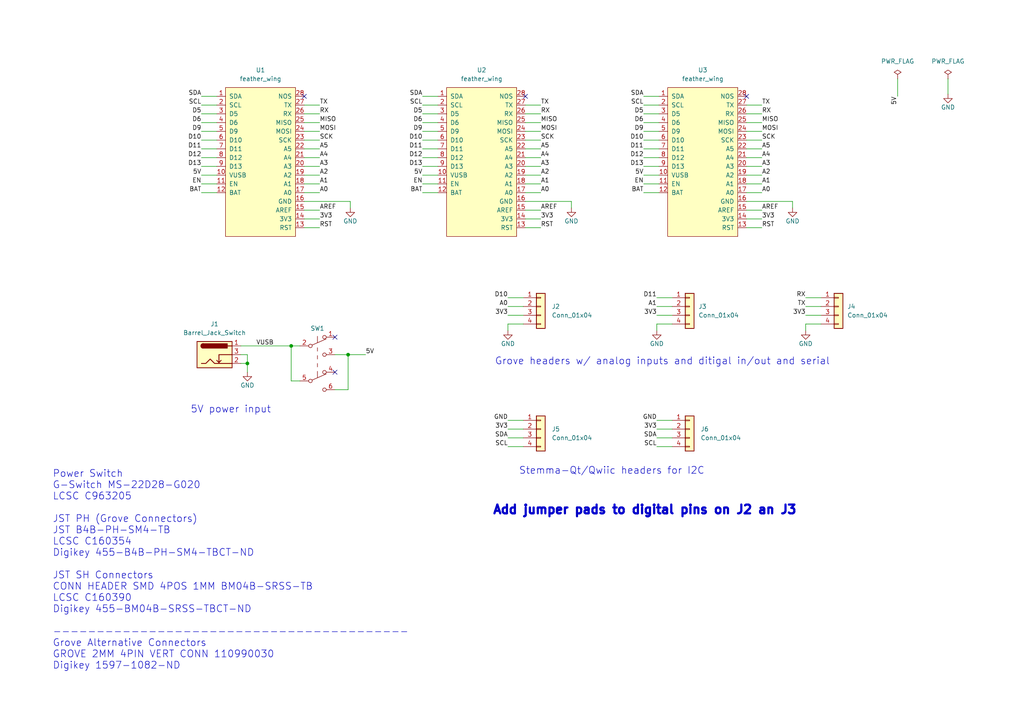
<source format=kicad_sch>
(kicad_sch (version 20230121) (generator eeschema)
  (paper "A4")
  (lib_symbols
    (symbol "Connector:Barrel_Jack_Switch" (pin_names hide)
      (property "Reference" "J" (at 0 5.334 0))
      (property "Value" "Barrel_Jack_Switch" (at 0 -5.08 0))
      (symbol "Barrel_Jack_Switch_0_1"
        (rectangle (start -5.08 3.81) (end 5.08 -3.81) (stroke (width 0.254)) (fill (type background)))
        (arc (start -3.302 3.175) (mid -3.9343 2.54) (end -3.302 1.905) (stroke (width 0.254)))
        (arc (start -3.302 3.175) (mid -3.9343 2.54) (end -3.302 1.905) (stroke (width 0.254)) (fill (type outline)))
        (polyline (pts (xy 1.27 -2.286) (xy 1.905 -1.651)) (stroke (width 0.254)))
        (polyline (pts (xy 5.08 2.54) (xy 3.81 2.54)) (stroke (width 0.254)))
        (polyline (pts (xy 5.08 0) (xy 1.27 0) (xy 1.27 -2.286) (xy 0.635 -1.651)) (stroke (width 0.254)))
        (polyline (pts (xy -3.81 -2.54) (xy -2.54 -2.54) (xy -1.27 -1.27) (xy 0 -2.54) (xy 2.54 -2.54) (xy 5.08 -2.54)) (stroke (width 0.254)))
        (rectangle (start 3.683 3.175) (end -3.302 1.905) (stroke (width 0.254)) (fill (type outline)))
      )
      (symbol "Barrel_Jack_Switch_1_1"
        (pin passive line (at 7.62 2.54 180) (length 2.54) (name "~") (number "1"))
        (pin passive line (at 7.62 -2.54 180) (length 2.54) (name "~") (number "2"))
        (pin passive line (at 7.62 0 180) (length 2.54) (name "~") (number "3"))
      )
    )
    (symbol "Connector_Generic:Conn_01x04" (pin_names (offset 1.016) hide)
      (property "Reference" "J" (at 0 5.08 0))
      (property "Value" "Conn_01x04" (at 0 -7.62 0))
      (symbol "Conn_01x04_1_1"
        (rectangle (start -1.27 -4.953) (end 0 -5.207) (stroke (width 0.1524)))
        (rectangle (start -1.27 -2.413) (end 0 -2.667) (stroke (width 0.1524)))
        (rectangle (start -1.27 0.127) (end 0 -0.127) (stroke (width 0.1524)))
        (rectangle (start -1.27 2.667) (end 0 2.413) (stroke (width 0.1524)))
        (rectangle (start -1.27 3.81) (end 1.27 -6.35) (stroke (width 0.254)) (fill (type background)))
        (pin passive line (at -5.08 2.54 0) (length 3.81) (name "Pin_1") (number "1"))
        (pin passive line (at -5.08 0 0) (length 3.81) (name "Pin_2") (number "2"))
        (pin passive line (at -5.08 -2.54 0) (length 3.81) (name "Pin_3") (number "3"))
        (pin passive line (at -5.08 -5.08 0) (length 3.81) (name "Pin_4") (number "4"))
      )
    )
    (symbol "Switch:SW_Push_DPDT" (pin_names (offset 0) hide)
      (property "Reference" "SW" (at 0 8.89 0))
      (property "Value" "SW_Push_DPDT" (at 0 -10.16 0))
      (symbol "SW_Push_DPDT_0_0"
        (circle (center -2.032 -5.08) (radius 0.508))
        (circle (center -2.032 5.08) (radius 0.508))
        (circle (center 2.032 -7.62) (radius 0.508))
        (circle (center 2.032 2.54) (radius 0.508))
      )
      (symbol "SW_Push_DPDT_0_1"
        (polyline (pts (xy -1.524 -4.826) (xy 2.54 -3.048)))
        (polyline (pts (xy -1.524 5.334) (xy 2.54 7.112)))
        (polyline (pts (xy 0 -2.286) (xy 0 -4.064)))
        (polyline (pts (xy 0 -1.016) (xy 0 0)))
        (polyline (pts (xy 0 1.27) (xy 0 2.286)))
        (polyline (pts (xy 0 3.556) (xy 0 4.572)))
        (polyline (pts (xy 0 7.874) (xy 0 6.096)))
        (circle (center 2.032 -2.54) (radius 0.508))
        (circle (center 2.032 7.62) (radius 0.508))
      )
      (symbol "SW_Push_DPDT_1_1"
        (pin passive line (at 5.08 7.62 180) (length 2.54) (name "A") (number "1"))
        (pin passive line (at -5.08 5.08 0) (length 2.54) (name "B") (number "2"))
        (pin passive line (at 5.08 2.54 180) (length 2.54) (name "C") (number "3"))
        (pin passive line (at 5.08 -2.54 180) (length 2.54) (name "A") (number "4"))
        (pin passive line (at -5.08 -5.08 0) (length 2.54) (name "B") (number "5"))
        (pin passive line (at 5.08 -7.62 180) (length 2.54) (name "C") (number "6"))
      )
    )
    (symbol "feather_wing:feather_wing" (pin_names (offset 1.016))
      (property "Reference" "U" (at 0 22.86 0))
      (property "Value" "feather_wing" (at 0 -22.86 0))
      (symbol "feather_wing_0_1"
        (rectangle (start -10.16 21.59) (end 10.16 -21.59) (fill (type background)))
      )
      (symbol "feather_wing_1_1"
        (pin bidirectional line (at -12.7 19.05 0) (length 2.54) (name "SDA") (number "1"))
        (pin power_in line (at -12.7 -3.81 0) (length 2.54) (name "VUSB") (number "10"))
        (pin passive line (at -12.7 -6.35 0) (length 2.54) (name "EN") (number "11"))
        (pin passive line (at -12.7 -8.89 0) (length 2.54) (name "BAT") (number "12"))
        (pin passive line (at 12.7 -19.05 180) (length 2.54) (name "RST") (number "13"))
        (pin passive line (at 12.7 -16.51 180) (length 2.54) (name "3V3") (number "14"))
        (pin passive line (at 12.7 -13.97 180) (length 2.54) (name "AREF") (number "15"))
        (pin power_in line (at 12.7 -11.43 180) (length 2.54) (name "GND") (number "16"))
        (pin bidirectional line (at 12.7 -8.89 180) (length 2.54) (name "A0") (number "17"))
        (pin bidirectional line (at 12.7 -6.35 180) (length 2.54) (name "A1") (number "18"))
        (pin bidirectional line (at 12.7 -3.81 180) (length 2.54) (name "A2") (number "19"))
        (pin bidirectional line (at -12.7 16.51 0) (length 2.54) (name "SCL") (number "2"))
        (pin bidirectional line (at 12.7 -1.27 180) (length 2.54) (name "A3") (number "20"))
        (pin bidirectional line (at 12.7 1.27 180) (length 2.54) (name "A4") (number "21"))
        (pin bidirectional line (at 12.7 3.81 180) (length 2.54) (name "A5") (number "22"))
        (pin bidirectional line (at 12.7 6.35 180) (length 2.54) (name "SCK") (number "23"))
        (pin bidirectional line (at 12.7 8.89 180) (length 2.54) (name "MOSI") (number "24"))
        (pin bidirectional line (at 12.7 11.43 180) (length 2.54) (name "MISO") (number "25"))
        (pin bidirectional line (at 12.7 13.97 180) (length 2.54) (name "RX") (number "26"))
        (pin bidirectional line (at 12.7 16.51 180) (length 2.54) (name "TX") (number "27"))
        (pin bidirectional line (at 12.7 19.05 180) (length 2.54) (name "NOS") (number "28"))
        (pin bidirectional line (at -12.7 13.97 0) (length 2.54) (name "D5") (number "3"))
        (pin bidirectional line (at -12.7 11.43 0) (length 2.54) (name "D6") (number "4"))
        (pin bidirectional line (at -12.7 8.89 0) (length 2.54) (name "D9") (number "5"))
        (pin bidirectional line (at -12.7 6.35 0) (length 2.54) (name "D10") (number "6"))
        (pin bidirectional line (at -12.7 3.81 0) (length 2.54) (name "D11") (number "7"))
        (pin bidirectional line (at -12.7 1.27 0) (length 2.54) (name "D12") (number "8"))
        (pin bidirectional line (at -12.7 -1.27 0) (length 2.54) (name "D13") (number "9"))
      )
    )
    (symbol "power:GND" (power) (pin_names (offset 0))
      (property "Value" "GND" (at 0 -3.81 0))
      (symbol "GND_0_1"
        (polyline (pts (xy 0 0) (xy 0 -1.27) (xy 1.27 -1.27) (xy 0 -2.54) (xy -1.27 -1.27) (xy 0 -1.27)))
      )
      (symbol "GND_1_1"
        (pin power_in line (at 0 0 270) (length 0) hide (name "GND") (number "1"))
      )
    )
    (symbol "power:PWR_FLAG" (power) (pin_numbers hide) (pin_names (offset 0) hide)
      (property "Value" "PWR_FLAG" (at 0 3.81 0))
      (symbol "PWR_FLAG_0_0"
        (pin power_out line (at 0 0 90) (length 0) (name "pwr") (number "1"))
      )
      (symbol "PWR_FLAG_0_1"
        (polyline (pts (xy 0 0) (xy 0 1.27) (xy -1.016 1.905) (xy 0 2.54) (xy 1.016 1.905) (xy 0 1.27)))
      )
    )
  )
  (junction (at 100.965 102.87))
  (junction (at 84.455 100.33))
  (junction (at 71.755 105.41))
  (no_connect (at 152.4 27.94))
  (no_connect (at 97.155 107.95))
  (no_connect (at 88.265 27.94))
  (no_connect (at 216.535 27.94))
  (no_connect (at 97.155 97.79))
  (wire (pts (xy 156.845 40.64) (xy 152.4 40.64)))
  (wire (pts (xy 88.265 58.42) (xy 101.6 58.42)))
  (wire (pts (xy 71.755 102.87) (xy 71.755 105.41)))
  (wire (pts (xy 220.98 53.34) (xy 216.535 53.34)))
  (wire (pts (xy 101.6 58.42) (xy 101.6 60.325)))
  (wire (pts (xy 190.5 124.46) (xy 194.945 124.46)))
  (wire (pts (xy 122.555 53.34) (xy 127 53.34)))
  (wire (pts (xy 190.5 86.36) (xy 194.945 86.36)))
  (wire (pts (xy 220.98 66.04) (xy 216.535 66.04)))
  (wire (pts (xy 233.68 88.9) (xy 238.125 88.9)))
  (wire (pts (xy 147.32 88.9) (xy 151.765 88.9)))
  (wire (pts (xy 220.98 48.26) (xy 216.535 48.26)))
  (wire (pts (xy 122.555 33.02) (xy 127 33.02)))
  (wire (pts (xy 233.68 86.36) (xy 238.125 86.36)))
  (wire (pts (xy 58.42 38.1) (xy 62.865 38.1)))
  (wire (pts (xy 233.68 93.98) (xy 238.125 93.98)))
  (wire (pts (xy 92.71 60.96) (xy 88.265 60.96)))
  (wire (pts (xy 84.455 100.33) (xy 86.995 100.33)))
  (wire (pts (xy 156.845 45.72) (xy 152.4 45.72)))
  (wire (pts (xy 58.42 33.02) (xy 62.865 33.02)))
  (wire (pts (xy 147.32 93.98) (xy 147.32 95.885)))
  (wire (pts (xy 147.32 129.54) (xy 151.765 129.54)))
  (wire (pts (xy 122.555 38.1) (xy 127 38.1)))
  (wire (pts (xy 186.69 35.56) (xy 191.135 35.56)))
  (wire (pts (xy 186.69 33.02) (xy 191.135 33.02)))
  (wire (pts (xy 220.98 30.48) (xy 216.535 30.48)))
  (wire (pts (xy 156.845 38.1) (xy 152.4 38.1)))
  (wire (pts (xy 92.71 48.26) (xy 88.265 48.26)))
  (wire (pts (xy 220.98 60.96) (xy 216.535 60.96)))
  (wire (pts (xy 147.32 86.36) (xy 151.765 86.36)))
  (wire (pts (xy 233.68 93.98) (xy 233.68 95.885)))
  (wire (pts (xy 58.42 43.18) (xy 62.865 43.18)))
  (wire (pts (xy 147.32 124.46) (xy 151.765 124.46)))
  (wire (pts (xy 122.555 27.94) (xy 127 27.94)))
  (wire (pts (xy 190.5 91.44) (xy 194.945 91.44)))
  (wire (pts (xy 84.455 110.49) (xy 84.455 100.33)))
  (wire (pts (xy 156.845 55.88) (xy 152.4 55.88)))
  (wire (pts (xy 220.98 43.18) (xy 216.535 43.18)))
  (wire (pts (xy 92.71 38.1) (xy 88.265 38.1)))
  (wire (pts (xy 220.98 50.8) (xy 216.535 50.8)))
  (wire (pts (xy 122.555 30.48) (xy 127 30.48)))
  (wire (pts (xy 122.555 35.56) (xy 127 35.56)))
  (wire (pts (xy 274.955 27.305) (xy 274.955 22.86)))
  (wire (pts (xy 165.735 58.42) (xy 165.735 60.325)))
  (wire (pts (xy 220.98 40.64) (xy 216.535 40.64)))
  (wire (pts (xy 69.85 102.87) (xy 71.755 102.87)))
  (wire (pts (xy 69.85 100.33) (xy 84.455 100.33)))
  (wire (pts (xy 58.42 30.48) (xy 62.865 30.48)))
  (wire (pts (xy 92.71 63.5) (xy 88.265 63.5)))
  (wire (pts (xy 156.845 53.34) (xy 152.4 53.34)))
  (wire (pts (xy 229.87 58.42) (xy 229.87 60.325)))
  (wire (pts (xy 58.42 35.56) (xy 62.865 35.56)))
  (wire (pts (xy 156.845 66.04) (xy 152.4 66.04)))
  (wire (pts (xy 220.98 45.72) (xy 216.535 45.72)))
  (wire (pts (xy 220.98 33.02) (xy 216.535 33.02)))
  (wire (pts (xy 92.71 43.18) (xy 88.265 43.18)))
  (wire (pts (xy 216.535 58.42) (xy 229.87 58.42)))
  (wire (pts (xy 190.5 93.98) (xy 190.5 95.885)))
  (wire (pts (xy 92.71 55.88) (xy 88.265 55.88)))
  (wire (pts (xy 122.555 45.72) (xy 127 45.72)))
  (wire (pts (xy 71.755 105.41) (xy 71.755 107.95)))
  (wire (pts (xy 122.555 40.64) (xy 127 40.64)))
  (wire (pts (xy 86.995 110.49) (xy 84.455 110.49)))
  (wire (pts (xy 156.845 48.26) (xy 152.4 48.26)))
  (wire (pts (xy 186.69 30.48) (xy 191.135 30.48)))
  (wire (pts (xy 186.69 45.72) (xy 191.135 45.72)))
  (wire (pts (xy 156.845 43.18) (xy 152.4 43.18)))
  (wire (pts (xy 190.5 127) (xy 194.945 127)))
  (wire (pts (xy 186.69 48.26) (xy 191.135 48.26)))
  (wire (pts (xy 92.71 30.48) (xy 88.265 30.48)))
  (wire (pts (xy 147.32 93.98) (xy 151.765 93.98)))
  (wire (pts (xy 156.845 60.96) (xy 152.4 60.96)))
  (wire (pts (xy 220.98 35.56) (xy 216.535 35.56)))
  (wire (pts (xy 186.69 50.8) (xy 191.135 50.8)))
  (wire (pts (xy 92.71 53.34) (xy 88.265 53.34)))
  (wire (pts (xy 92.71 40.64) (xy 88.265 40.64)))
  (wire (pts (xy 233.68 91.44) (xy 238.125 91.44)))
  (wire (pts (xy 147.32 91.44) (xy 151.765 91.44)))
  (wire (pts (xy 92.71 35.56) (xy 88.265 35.56)))
  (wire (pts (xy 58.42 55.88) (xy 62.865 55.88)))
  (wire (pts (xy 58.42 48.26) (xy 62.865 48.26)))
  (wire (pts (xy 122.555 43.18) (xy 127 43.18)))
  (wire (pts (xy 147.32 127) (xy 151.765 127)))
  (wire (pts (xy 147.32 121.92) (xy 151.765 121.92)))
  (wire (pts (xy 220.98 55.88) (xy 216.535 55.88)))
  (wire (pts (xy 58.42 45.72) (xy 62.865 45.72)))
  (wire (pts (xy 122.555 48.26) (xy 127 48.26)))
  (wire (pts (xy 190.5 93.98) (xy 194.945 93.98)))
  (wire (pts (xy 186.69 38.1) (xy 191.135 38.1)))
  (wire (pts (xy 92.71 66.04) (xy 88.265 66.04)))
  (wire (pts (xy 186.69 27.94) (xy 191.135 27.94)))
  (wire (pts (xy 186.69 55.88) (xy 191.135 55.88)))
  (wire (pts (xy 156.845 63.5) (xy 152.4 63.5)))
  (wire (pts (xy 71.755 105.41) (xy 69.85 105.41)))
  (wire (pts (xy 58.42 40.64) (xy 62.865 40.64)))
  (wire (pts (xy 100.965 102.87) (xy 100.965 113.03)))
  (wire (pts (xy 156.845 50.8) (xy 152.4 50.8)))
  (wire (pts (xy 156.845 30.48) (xy 152.4 30.48)))
  (wire (pts (xy 186.69 43.18) (xy 191.135 43.18)))
  (wire (pts (xy 186.69 53.34) (xy 191.135 53.34)))
  (wire (pts (xy 220.98 38.1) (xy 216.535 38.1)))
  (wire (pts (xy 58.42 50.8) (xy 62.865 50.8)))
  (wire (pts (xy 100.965 102.87) (xy 106.045 102.87)))
  (wire (pts (xy 97.155 102.87) (xy 100.965 102.87)))
  (wire (pts (xy 156.845 33.02) (xy 152.4 33.02)))
  (wire (pts (xy 122.555 55.88) (xy 127 55.88)))
  (wire (pts (xy 58.42 53.34) (xy 62.865 53.34)))
  (wire (pts (xy 100.965 113.03) (xy 97.155 113.03)))
  (wire (pts (xy 260.35 27.94) (xy 260.35 22.86)))
  (wire (pts (xy 92.71 50.8) (xy 88.265 50.8)))
  (wire (pts (xy 186.69 40.64) (xy 191.135 40.64)))
  (wire (pts (xy 190.5 129.54) (xy 194.945 129.54)))
  (wire (pts (xy 122.555 50.8) (xy 127 50.8)))
  (wire (pts (xy 152.4 58.42) (xy 165.735 58.42)))
  (wire (pts (xy 92.71 33.02) (xy 88.265 33.02)))
  (wire (pts (xy 58.42 27.94) (xy 62.865 27.94)))
  (wire (pts (xy 156.845 35.56) (xy 152.4 35.56)))
  (wire (pts (xy 220.98 63.5) (xy 216.535 63.5)))
  (wire (pts (xy 190.5 88.9) (xy 194.945 88.9)))
  (wire (pts (xy 190.5 121.92) (xy 194.945 121.92)))
  (wire (pts (xy 92.71 45.72) (xy 88.265 45.72)))
  (text "Power Switch\nG-Switch MS-22D28-G020\nLCSC C963205\n\nJST PH (Grove Connectors)\nJST B4B-PH-SM4-TB\nLCSC C160354\nDigikey 455-B4B-PH-SM4-TBCT-ND\n\nJST SH Connectors\nCONN HEADER SMD 4POS 1MM BM04B-SRSS-TB\nLCSC C160390\nDigikey 455-BM04B-SRSS-TBCT-ND\n\n-----------------------------------------\nGrove Alternative Connectors\nGROVE 2MM 4PIN VERT CONN 110990030 \nDigikey 1597-1082-ND" (at 15.24 194.31 0) (effects (font (size 2.032 2.032)) (justify left bottom)))
  (text "Add jumper pads to digital pins on J2 an J3" (at 142.748 149.479 0) (effects (font (size 2.54 2.54) (thickness 1.27) bold) (justify left bottom)))
  (text "Grove headers w/ analog inputs and ditigal in/out and serial" (at 143.51 106.045 0) (effects (font (size 2.032 2.032)) (justify left bottom)))
  (text "5V power input" (at 55.245 120.015 0) (effects (font (size 2.032 2.032)) (justify left bottom)))
  (text "Stemma-Qt/Qwiic headers for I2C" (at 150.495 137.795 0) (effects (font (size 2.032 2.032)) (justify left bottom)))
  (label "A1" (at 220.98 53.34 0))
  (label "D13" (at 58.42 48.26 180))
  (label "A0" (at 156.845 55.88 0))
  (label "TX" (at 220.98 30.48 0))
  (label "GND" (at 147.32 121.92 180))
  (label "A3" (at 220.98 48.26 0))
  (label "A2" (at 156.845 50.8 0))
  (label "A5" (at 156.845 43.18 0))
  (label "D9" (at 58.42 38.1 180))
  (label "D6" (at 186.69 35.56 180))
  (label "SCL" (at 58.42 30.48 180))
  (label "D5" (at 122.555 33.02 180))
  (label "A2" (at 92.71 50.8 0))
  (label "AREF" (at 220.98 60.96 0))
  (label "A1" (at 190.5 88.9 180))
  (label "3V3" (at 233.68 91.44 180))
  (label "SCL" (at 190.5 129.54 180))
  (label "A1" (at 156.845 53.34 0))
  (label "MOSI" (at 220.98 38.1 0))
  (label "RX" (at 233.68 86.36 180))
  (label "BAT" (at 58.42 55.88 180))
  (label "EN" (at 58.42 53.34 180))
  (label "A5" (at 220.98 43.18 0))
  (label "A0" (at 92.71 55.88 0))
  (label "RX" (at 92.71 33.02 0))
  (label "D13" (at 186.69 48.26 180))
  (label "A1" (at 92.71 53.34 0))
  (label "MOSI" (at 156.845 38.1 0))
  (label "TX" (at 156.845 30.48 0))
  (label "D6" (at 58.42 35.56 180))
  (label "D9" (at 122.555 38.1 180))
  (label "SCL" (at 147.32 129.54 180))
  (label "TX" (at 233.68 88.9 180))
  (label "5V" (at 58.42 50.8 180))
  (label "MISO" (at 156.845 35.56 0))
  (label "BAT" (at 122.555 55.88 180))
  (label "D9" (at 186.69 38.1 180))
  (label "VUSB" (at 74.295 100.33 0))
  (label "SDA" (at 190.5 127 180))
  (label "AREF" (at 156.845 60.96 0))
  (label "3V3" (at 147.32 124.46 180))
  (label "RST" (at 220.98 66.04 0))
  (label "SDA" (at 147.32 127 180))
  (label "A4" (at 92.71 45.72 0))
  (label "3V3" (at 190.5 124.46 180))
  (label "A4" (at 220.98 45.72 0))
  (label "D5" (at 58.42 33.02 180))
  (label "D10" (at 186.69 40.64 180))
  (label "RST" (at 92.71 66.04 0))
  (label "EN" (at 122.555 53.34 180))
  (label "3V3" (at 156.845 63.5 0))
  (label "SCL" (at 186.69 30.48 180))
  (label "5V" (at 106.045 102.87 0))
  (label "D12" (at 122.555 45.72 180))
  (label "GND" (at 190.5 121.92 180))
  (label "D10" (at 58.42 40.64 180))
  (label "RX" (at 220.98 33.02 0))
  (label "D5" (at 186.69 33.02 180))
  (label "5V" (at 260.35 27.94 270))
  (label "A2" (at 220.98 50.8 0))
  (label "RST" (at 156.845 66.04 0))
  (label "D12" (at 186.69 45.72 180))
  (label "TX" (at 92.71 30.48 0))
  (label "SCK" (at 156.845 40.64 0))
  (label "RX" (at 156.845 33.02 0))
  (label "SDA" (at 122.555 27.94 180))
  (label "D12" (at 58.42 45.72 180))
  (label "D11" (at 122.555 43.18 180))
  (label "A0" (at 147.32 88.9 180))
  (label "D13" (at 122.555 48.26 180))
  (label "AREF" (at 92.71 60.96 0))
  (label "3V3" (at 92.71 63.5 0))
  (label "3V3" (at 147.32 91.44 180))
  (label "5V" (at 122.555 50.8 180))
  (label "SCK" (at 220.98 40.64 0))
  (label "MISO" (at 220.98 35.56 0))
  (label "A0" (at 220.98 55.88 0))
  (label "3V3" (at 190.5 91.44 180))
  (label "EN" (at 186.69 53.34 180))
  (label "SCK" (at 92.71 40.64 0))
  (label "A3" (at 156.845 48.26 0))
  (label "SDA" (at 58.42 27.94 180))
  (label "D11" (at 190.5 86.36 180))
  (label "D6" (at 122.555 35.56 180))
  (label "SDA" (at 186.69 27.94 180))
  (label "SCL" (at 122.555 30.48 180))
  (label "MOSI" (at 92.71 38.1 0))
  (label "3V3" (at 220.98 63.5 0))
  (label "A5" (at 92.71 43.18 0))
  (label "BAT" (at 186.69 55.88 180))
  (label "D11" (at 186.69 43.18 180))
  (label "A3" (at 92.71 48.26 0))
  (label "D10" (at 147.32 86.36 180))
  (label "D10" (at 122.555 40.64 180))
  (label "D11" (at 58.42 43.18 180))
  (label "MISO" (at 92.71 35.56 0))
  (label "A4" (at 156.845 45.72 0))
  (label "5V" (at 186.69 50.8 180))
  (symbol (lib_id "Connector_Generic:Conn_01x04") (at 200.025 124.46 0) (unit 1)
    (property "Reference" "J6" (at 203.2 124.46 0) (effects (justify left)))
    (property "Value" "Conn_01x04" (at 203.2 127 0) (effects (justify left)))
    (property "Footprint" "Connector_JST:JST_SH_BM04B-SRSS-TB_1x04-1MP_P1.00mm_Vertical" (effects hide))
  )
  (symbol (lib_id "Connector_Generic:Conn_01x04") (at 200.025 88.9 0) (unit 1)
    (property "Reference" "J3" (at 202.565 88.9 0) (effects (justify left)))
    (property "Value" "Conn_01x04" (at 202.565 91.44 0) (effects (justify left)))
    (property "Footprint" "JST_PH_4Pin_Vertical:JST_PH_B4B-PH-SM4-TB_1x04-1MP_P2.00mm_Vertical" (effects hide))
  )
  (symbol (lib_id "power:GND") (at 190.5 95.885 0) (unit 1)
    (property "Reference" "#PWR07" (effects hide))
    (property "Value" "GND" (at 190.5 99.695 0))
  )
  (symbol (lib_id "power:GND") (at 147.32 95.885 0) (unit 1)
    (property "Reference" "#PWR06" (effects hide))
    (property "Value" "GND" (at 147.32 99.695 0))
  )
  (symbol (lib_id "Connector:Barrel_Jack_Switch") (at 62.23 102.87 0) (unit 1)
    (property "Reference" "J1" (at 62.23 93.98 0))
    (property "Value" "Barrel_Jack_Switch" (at 62.23 96.52 0))
    (property "Footprint" "CUI_PJ-035:CUI_PJ-035C" (effects hide))
  )
  (symbol (lib_id "feather_wing:feather_wing") (at 75.565 46.99 0) (unit 1)
    (property "Reference" "U1" (at 75.565 20.32 0))
    (property "Value" "feather_wing" (at 75.565 22.86 0))
    (property "Footprint" "feather_wing:feather_wing" (effects hide))
  )
  (symbol (lib_id "power:GND") (at 101.6 60.325 0) (unit 1)
    (property "Reference" "#PWR03" (effects hide))
    (property "Value" "GND" (at 101.6 64.135 0))
  )
  (symbol (lib_id "power:GND") (at 233.68 95.885 0) (unit 1)
    (property "Reference" "#PWR08" (effects hide))
    (property "Value" "GND" (at 233.68 99.695 0))
  )
  (symbol (lib_id "feather_wing:feather_wing") (at 139.7 46.99 0) (unit 1)
    (property "Reference" "U2" (at 139.7 20.32 0))
    (property "Value" "feather_wing" (at 139.7 22.86 0))
    (property "Footprint" "feather_wing:feather_wing" (effects hide))
  )
  (symbol (lib_id "power:GND") (at 229.87 60.325 0) (unit 1)
    (property "Reference" "#PWR05" (effects hide))
    (property "Value" "GND" (at 229.87 64.135 0))
  )
  (symbol (lib_id "power:GND") (at 165.735 60.325 0) (unit 1)
    (property "Reference" "#PWR04" (effects hide))
    (property "Value" "GND" (at 165.735 64.135 0))
  )
  (symbol (lib_id "power:GND") (at 71.755 107.95 0) (unit 1)
    (property "Reference" "#PWR01" (effects hide))
    (property "Value" "GND" (at 71.755 111.76 0))
  )
  (symbol (lib_id "Connector_Generic:Conn_01x04") (at 243.205 88.9 0) (unit 1)
    (property "Reference" "J4" (at 245.745 88.9 0) (effects (justify left)))
    (property "Value" "Conn_01x04" (at 245.745 91.44 0) (effects (justify left)))
    (property "Footprint" "JST_PH_4Pin_Vertical:JST_PH_B4B-PH-SM4-TB_1x04-1MP_P2.00mm_Vertical" (effects hide))
  )
  (symbol (lib_id "power:GND") (at 274.955 27.305 0) (unit 1)
    (property "Reference" "#PWR02" (effects hide))
    (property "Value" "GND" (at 274.955 31.115 0))
  )
  (symbol (lib_id "feather_wing:feather_wing") (at 203.835 46.99 0) (unit 1)
    (property "Reference" "U3" (at 203.835 20.32 0))
    (property "Value" "feather_wing" (at 203.835 22.86 0))
    (property "Footprint" "feather_wing:feather_wing" (effects hide))
  )
  (symbol (lib_id "power:PWR_FLAG") (at 274.955 22.86 0) (unit 1)
    (property "Reference" "#FLG02" (effects hide))
    (property "Value" "PWR_FLAG" (at 274.955 17.78 0))
  )
  (symbol (lib_id "Connector_Generic:Conn_01x04") (at 156.845 124.46 0) (unit 1)
    (property "Reference" "J5" (at 160.02 124.46 0) (effects (justify left)))
    (property "Value" "Conn_01x04" (at 160.02 127 0) (effects (justify left)))
    (property "Footprint" "Connector_JST:JST_SH_BM04B-SRSS-TB_1x04-1MP_P1.00mm_Vertical" (effects hide))
  )
  (symbol (lib_id "power:PWR_FLAG") (at 260.35 22.86 0) (unit 1)
    (property "Reference" "#FLG01" (effects hide))
    (property "Value" "PWR_FLAG" (at 260.35 17.78 0))
  )
  (symbol (lib_id "Switch:SW_Push_DPDT") (at 92.075 105.41 0) (unit 1)
    (property "Reference" "SW1" (at 92.075 95.25 0))
    (property "Value" "SW_Push_DPDT" (effects hide))
    (property "Footprint" "MS-22D28-G020:MS-22D28-G020" (effects hide))
  )
  (symbol (lib_id "Connector_Generic:Conn_01x04") (at 156.845 88.9 0) (unit 1)
    (property "Reference" "J2" (at 160.02 88.9 0) (effects (justify left)))
    (property "Value" "Conn_01x04" (at 160.02 91.44 0) (effects (justify left)))
    (property "Footprint" "JST_PH_4Pin_Vertical:JST_PH_B4B-PH-SM4-TB_1x04-1MP_P2.00mm_Vertical" (effects hide))
  )
)
</source>
